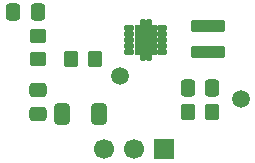
<source format=gbr>
%TF.GenerationSoftware,KiCad,Pcbnew,9.0.3*%
%TF.CreationDate,2025-09-25T19:21:44-04:00*%
%TF.ProjectId,buckboost,6275636b-626f-46f7-9374-2e6b69636164,rev?*%
%TF.SameCoordinates,Original*%
%TF.FileFunction,Soldermask,Top*%
%TF.FilePolarity,Negative*%
%FSLAX46Y46*%
G04 Gerber Fmt 4.6, Leading zero omitted, Abs format (unit mm)*
G04 Created by KiCad (PCBNEW 9.0.3) date 2025-09-25 19:21:44*
%MOMM*%
%LPD*%
G01*
G04 APERTURE LIST*
G04 Aperture macros list*
%AMRoundRect*
0 Rectangle with rounded corners*
0 $1 Rounding radius*
0 $2 $3 $4 $5 $6 $7 $8 $9 X,Y pos of 4 corners*
0 Add a 4 corners polygon primitive as box body*
4,1,4,$2,$3,$4,$5,$6,$7,$8,$9,$2,$3,0*
0 Add four circle primitives for the rounded corners*
1,1,$1+$1,$2,$3*
1,1,$1+$1,$4,$5*
1,1,$1+$1,$6,$7*
1,1,$1+$1,$8,$9*
0 Add four rect primitives between the rounded corners*
20,1,$1+$1,$2,$3,$4,$5,0*
20,1,$1+$1,$4,$5,$6,$7,0*
20,1,$1+$1,$6,$7,$8,$9,0*
20,1,$1+$1,$8,$9,$2,$3,0*%
G04 Aperture macros list end*
%ADD10C,1.500000*%
%ADD11RoundRect,0.102000X1.350000X-0.400000X1.350000X0.400000X-1.350000X0.400000X-1.350000X-0.400000X0*%
%ADD12RoundRect,0.250000X-0.450000X0.350000X-0.450000X-0.350000X0.450000X-0.350000X0.450000X0.350000X0*%
%ADD13RoundRect,0.102000X0.300000X0.120000X-0.300000X0.120000X-0.300000X-0.120000X0.300000X-0.120000X0*%
%ADD14RoundRect,0.102000X0.825000X1.200000X-0.825000X1.200000X-0.825000X-1.200000X0.825000X-1.200000X0*%
%ADD15RoundRect,0.102000X0.125000X0.250000X-0.125000X0.250000X-0.125000X-0.250000X0.125000X-0.250000X0*%
%ADD16RoundRect,0.250000X0.350000X0.450000X-0.350000X0.450000X-0.350000X-0.450000X0.350000X-0.450000X0*%
%ADD17RoundRect,0.250000X-0.475000X0.337500X-0.475000X-0.337500X0.475000X-0.337500X0.475000X0.337500X0*%
%ADD18RoundRect,0.250000X0.412500X0.650000X-0.412500X0.650000X-0.412500X-0.650000X0.412500X-0.650000X0*%
%ADD19RoundRect,0.250000X-0.350000X-0.450000X0.350000X-0.450000X0.350000X0.450000X-0.350000X0.450000X0*%
%ADD20RoundRect,0.250000X-0.337500X-0.475000X0.337500X-0.475000X0.337500X0.475000X-0.337500X0.475000X0*%
%ADD21RoundRect,0.250000X0.337500X0.475000X-0.337500X0.475000X-0.337500X-0.475000X0.337500X-0.475000X0*%
%ADD22R,1.700000X1.700000*%
%ADD23C,1.700000*%
G04 APERTURE END LIST*
D10*
%TO.C,TP1*%
X126800000Y-76200000D03*
%TD*%
%TO.C,TP2*%
X116600000Y-74200000D03*
%TD*%
D11*
%TO.C,L3*%
X124000000Y-72200000D03*
X124000000Y-70000000D03*
%TD*%
D12*
%TO.C,R27*%
X109600000Y-70800000D03*
X109600000Y-72800000D03*
%TD*%
D13*
%TO.C,U9*%
X120150000Y-72150000D03*
X120150000Y-71650000D03*
X120150000Y-71150000D03*
X120150000Y-70650000D03*
X120150000Y-70150000D03*
X117350000Y-70150000D03*
X117350000Y-70650000D03*
X117350000Y-71150000D03*
X117350000Y-71650000D03*
X117350000Y-72150000D03*
D14*
X118750000Y-71150000D03*
D15*
X119000000Y-72600000D03*
X118500000Y-72600000D03*
X118500000Y-69700000D03*
X119000000Y-69700000D03*
%TD*%
D16*
%TO.C,R5*%
X114450000Y-72750000D03*
X112450000Y-72750000D03*
%TD*%
D17*
%TO.C,C33*%
X109600000Y-75362500D03*
X109600000Y-77437500D03*
%TD*%
D18*
%TO.C,C4*%
X114800000Y-77400000D03*
X111675000Y-77400000D03*
%TD*%
D19*
%TO.C,R4*%
X122350000Y-77250000D03*
X124350000Y-77250000D03*
%TD*%
D20*
%TO.C,C3*%
X122325000Y-75200000D03*
X124400000Y-75200000D03*
%TD*%
D21*
%TO.C,C1*%
X109600000Y-68800000D03*
X107525000Y-68800000D03*
%TD*%
D22*
%TO.C,J1*%
X120340000Y-80400000D03*
D23*
X117800000Y-80400000D03*
X115260000Y-80400000D03*
%TD*%
M02*

</source>
